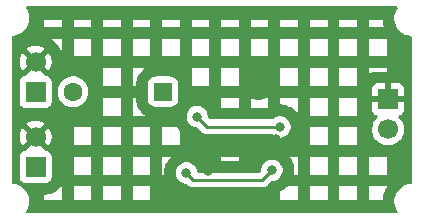
<source format=gbr>
%TF.GenerationSoftware,KiCad,Pcbnew,9.0.5*%
%TF.CreationDate,2025-11-28T10:22:16-08:00*%
%TF.ProjectId,project3_tiny_solar_power_supply,70726f6a-6563-4743-935f-74696e795f73,rev?*%
%TF.SameCoordinates,Original*%
%TF.FileFunction,Copper,L2,Bot*%
%TF.FilePolarity,Positive*%
%FSLAX46Y46*%
G04 Gerber Fmt 4.6, Leading zero omitted, Abs format (unit mm)*
G04 Created by KiCad (PCBNEW 9.0.5) date 2025-11-28 10:22:16*
%MOMM*%
%LPD*%
G01*
G04 APERTURE LIST*
G04 Aperture macros list*
%AMRoundRect*
0 Rectangle with rounded corners*
0 $1 Rounding radius*
0 $2 $3 $4 $5 $6 $7 $8 $9 X,Y pos of 4 corners*
0 Add a 4 corners polygon primitive as box body*
4,1,4,$2,$3,$4,$5,$6,$7,$8,$9,$2,$3,0*
0 Add four circle primitives for the rounded corners*
1,1,$1+$1,$2,$3*
1,1,$1+$1,$4,$5*
1,1,$1+$1,$6,$7*
1,1,$1+$1,$8,$9*
0 Add four rect primitives between the rounded corners*
20,1,$1+$1,$2,$3,$4,$5,0*
20,1,$1+$1,$4,$5,$6,$7,0*
20,1,$1+$1,$6,$7,$8,$9,0*
20,1,$1+$1,$8,$9,$2,$3,0*%
G04 Aperture macros list end*
%TA.AperFunction,ComponentPad*%
%ADD10R,1.700000X1.700000*%
%TD*%
%TA.AperFunction,ComponentPad*%
%ADD11C,1.700000*%
%TD*%
%TA.AperFunction,ComponentPad*%
%ADD12RoundRect,0.250000X0.550000X0.550000X-0.550000X0.550000X-0.550000X-0.550000X0.550000X-0.550000X0*%
%TD*%
%TA.AperFunction,ComponentPad*%
%ADD13C,1.600000*%
%TD*%
%TA.AperFunction,ViaPad*%
%ADD14C,0.800000*%
%TD*%
%TA.AperFunction,Conductor*%
%ADD15C,0.250000*%
%TD*%
G04 APERTURE END LIST*
D10*
%TO.P,J4,1,Pin_1*%
%TO.N,/SOLAR_P*%
X127925196Y-103770900D03*
D11*
%TO.P,J4,2,Pin_2*%
%TO.N,GNDD*%
X127925196Y-101230900D03*
%TD*%
D12*
%TO.P,J3,1,Pin_1*%
%TO.N,Net-(J3-Pin_1)*%
X138720196Y-103770900D03*
D13*
%TO.P,J3,2,Pin_2*%
%TO.N,/BAT_P*%
X131100196Y-103770900D03*
%TD*%
D10*
%TO.P,J1,1,Pin_1*%
%TO.N,GNDD*%
X157770196Y-104405900D03*
D11*
%TO.P,J1,2,Pin_2*%
%TO.N,/OUT_P*%
X157770196Y-106945900D03*
%TD*%
D10*
%TO.P,J2,1,Pin_1*%
%TO.N,/BAT_P*%
X127925196Y-110120900D03*
D11*
%TO.P,J2,2,Pin_2*%
%TO.N,GNDD*%
X127925196Y-107580900D03*
%TD*%
D14*
%TO.N,Net-(J3-Pin_1)*%
X141615796Y-105879100D03*
X148626196Y-106742700D03*
%TO.N,GNDD*%
X148321396Y-107758700D03*
X142492696Y-110515900D03*
X146783596Y-103135900D03*
X139140196Y-112673400D03*
%TO.N,Net-(U1-FB)*%
X147935196Y-110420900D03*
X140701396Y-110654300D03*
%TD*%
D15*
%TO.N,Net-(J3-Pin_1)*%
X142479396Y-106742700D02*
X141615796Y-105879100D01*
X148626196Y-106742700D02*
X142479396Y-106742700D01*
%TO.N,Net-(U1-FB)*%
X147114196Y-111241900D02*
X141288996Y-111241900D01*
X147935196Y-110420900D02*
X147114196Y-111241900D01*
X141288996Y-111241900D02*
X140701396Y-110654300D01*
%TD*%
%TA.AperFunction,Conductor*%
%TO.N,GNDD*%
G36*
X158519327Y-96551585D02*
G01*
X158565082Y-96604389D01*
X158575026Y-96673547D01*
X158552607Y-96728784D01*
X158525780Y-96765708D01*
X158419134Y-96975011D01*
X158346542Y-97198427D01*
X158309794Y-97430445D01*
X158309794Y-97665354D01*
X158346542Y-97897372D01*
X158419134Y-98120788D01*
X158452932Y-98187119D01*
X158513500Y-98305991D01*
X158525781Y-98330092D01*
X158663849Y-98520128D01*
X158663853Y-98520133D01*
X158829962Y-98686242D01*
X158829967Y-98686246D01*
X158986835Y-98800216D01*
X159020007Y-98824317D01*
X159153376Y-98892271D01*
X159229307Y-98930961D01*
X159229309Y-98930961D01*
X159229312Y-98930963D01*
X159452724Y-99003554D01*
X159684741Y-99040302D01*
X159684757Y-99040302D01*
X159687927Y-99040552D01*
X159689069Y-99040987D01*
X159689553Y-99041064D01*
X159689536Y-99041165D01*
X159753215Y-99065437D01*
X159794685Y-99121669D01*
X159802196Y-99164170D01*
X159802196Y-111425629D01*
X159782511Y-111492668D01*
X159729707Y-111538423D01*
X159687943Y-111549245D01*
X159684749Y-111549496D01*
X159452723Y-111586246D01*
X159229307Y-111658838D01*
X159020003Y-111765485D01*
X158829967Y-111903553D01*
X158829962Y-111903557D01*
X158663853Y-112069666D01*
X158663849Y-112069671D01*
X158525781Y-112259707D01*
X158419134Y-112469011D01*
X158373066Y-112610795D01*
X158346542Y-112692428D01*
X158309794Y-112924445D01*
X158309794Y-112977759D01*
X158309794Y-113159355D01*
X158338571Y-113341047D01*
X158346542Y-113391372D01*
X158419134Y-113614788D01*
X158525780Y-113824091D01*
X158552607Y-113861016D01*
X158576086Y-113926822D01*
X158560260Y-113994876D01*
X158510154Y-114043570D01*
X158452288Y-114057900D01*
X127243104Y-114057900D01*
X127176065Y-114038215D01*
X127130310Y-113985411D01*
X127120366Y-113916253D01*
X127142785Y-113861016D01*
X127159734Y-113837686D01*
X127169613Y-113824089D01*
X127276259Y-113614784D01*
X127348850Y-113391372D01*
X127385598Y-113159355D01*
X127385598Y-112924445D01*
X127348850Y-112692428D01*
X127276383Y-112469399D01*
X128641196Y-112469399D01*
X128641196Y-112933900D01*
X130143196Y-112933900D01*
X131141196Y-112933900D01*
X132643196Y-112933900D01*
X133641196Y-112933900D01*
X135143196Y-112933900D01*
X136141196Y-112933900D01*
X137643196Y-112933900D01*
X137643196Y-112183386D01*
X148641196Y-112183386D01*
X148641196Y-112933900D01*
X150143196Y-112933900D01*
X151141196Y-112933900D01*
X152643196Y-112933900D01*
X153641196Y-112933900D01*
X155143196Y-112933900D01*
X156141196Y-112933900D01*
X157311794Y-112933900D01*
X157311794Y-112904835D01*
X157311890Y-112899963D01*
X157313048Y-112870511D01*
X157313335Y-112865646D01*
X157316413Y-112826567D01*
X157316890Y-112821729D01*
X157320350Y-112792496D01*
X157321017Y-112787673D01*
X157363893Y-112516962D01*
X157364748Y-112512170D01*
X157370489Y-112483306D01*
X157371531Y-112478559D01*
X157380679Y-112440441D01*
X157381910Y-112435722D01*
X157389913Y-112407343D01*
X157391327Y-112402681D01*
X157476032Y-112141987D01*
X157477626Y-112137390D01*
X157487811Y-112109780D01*
X157489583Y-112105251D01*
X157504581Y-112069035D01*
X157506536Y-112064567D01*
X157518879Y-112037792D01*
X157521004Y-112033410D01*
X157643196Y-111793592D01*
X157643196Y-111779900D01*
X156141196Y-111779900D01*
X156141196Y-112933900D01*
X155143196Y-112933900D01*
X155143196Y-111779900D01*
X153641196Y-111779900D01*
X153641196Y-112933900D01*
X152643196Y-112933900D01*
X152643196Y-111779900D01*
X151141196Y-111779900D01*
X151141196Y-112933900D01*
X150143196Y-112933900D01*
X150143196Y-111779900D01*
X149261080Y-111779900D01*
X149197596Y-111843384D01*
X149193187Y-111847582D01*
X149165900Y-111872313D01*
X149161293Y-111876287D01*
X149123411Y-111907376D01*
X149118613Y-111911121D01*
X149089041Y-111933053D01*
X149084065Y-111936557D01*
X148895828Y-112062334D01*
X148890684Y-112065591D01*
X148859090Y-112084527D01*
X148853795Y-112087527D01*
X148810573Y-112110629D01*
X148805134Y-112113366D01*
X148771852Y-112129106D01*
X148766291Y-112131571D01*
X148641196Y-112183386D01*
X137643196Y-112183386D01*
X137643196Y-111779900D01*
X136141196Y-111779900D01*
X136141196Y-112933900D01*
X135143196Y-112933900D01*
X135143196Y-111779900D01*
X133641196Y-111779900D01*
X133641196Y-112933900D01*
X132643196Y-112933900D01*
X132643196Y-111779900D01*
X131141196Y-111779900D01*
X131141196Y-112933900D01*
X130143196Y-112933900D01*
X130143196Y-111779900D01*
X130041290Y-111779900D01*
X130039294Y-111782774D01*
X129910310Y-111955073D01*
X129904757Y-111961964D01*
X129869677Y-112002449D01*
X129863645Y-112008928D01*
X129813224Y-112059349D01*
X129806745Y-112065381D01*
X129766260Y-112100461D01*
X129759369Y-112106014D01*
X129587070Y-112234998D01*
X129579800Y-112240046D01*
X129534733Y-112269010D01*
X129527119Y-112273528D01*
X129464529Y-112307705D01*
X129456615Y-112311667D01*
X129407878Y-112333925D01*
X129399698Y-112337313D01*
X129202214Y-112410969D01*
X129194875Y-112413448D01*
X129150024Y-112427053D01*
X129142548Y-112429068D01*
X129081833Y-112443416D01*
X129074241Y-112444961D01*
X129028036Y-112452872D01*
X129020363Y-112453941D01*
X128916441Y-112465112D01*
X128913132Y-112465423D01*
X128893095Y-112467035D01*
X128889783Y-112467257D01*
X128863101Y-112468686D01*
X128859783Y-112468819D01*
X128839732Y-112469355D01*
X128836418Y-112469399D01*
X128641196Y-112469399D01*
X127276383Y-112469399D01*
X127276259Y-112469016D01*
X127276257Y-112469013D01*
X127276257Y-112469011D01*
X127209153Y-112337313D01*
X127169613Y-112259711D01*
X127080742Y-112137390D01*
X127031542Y-112069671D01*
X127031538Y-112069666D01*
X126865429Y-111903557D01*
X126865424Y-111903553D01*
X126675388Y-111765485D01*
X126675387Y-111765484D01*
X126675385Y-111765483D01*
X126601345Y-111727758D01*
X126466084Y-111658838D01*
X126242668Y-111586246D01*
X126010642Y-111549496D01*
X126007449Y-111549245D01*
X126006309Y-111548810D01*
X126005839Y-111548736D01*
X126005854Y-111548637D01*
X125942165Y-111524352D01*
X125900702Y-111468115D01*
X125893196Y-111425629D01*
X125893196Y-109223035D01*
X126574696Y-109223035D01*
X126574696Y-111018770D01*
X126574697Y-111018776D01*
X126581104Y-111078383D01*
X126631398Y-111213228D01*
X126631402Y-111213235D01*
X126717648Y-111328444D01*
X126717651Y-111328447D01*
X126832860Y-111414693D01*
X126832867Y-111414697D01*
X126967713Y-111464991D01*
X126967712Y-111464991D01*
X126974640Y-111465735D01*
X127027323Y-111471400D01*
X128823068Y-111471399D01*
X128882679Y-111464991D01*
X129017527Y-111414696D01*
X129132742Y-111328446D01*
X129218992Y-111213231D01*
X129269287Y-111078383D01*
X129275696Y-111018773D01*
X129275696Y-110781900D01*
X131141196Y-110781900D01*
X132643196Y-110781900D01*
X133641196Y-110781900D01*
X135143196Y-110781900D01*
X136141196Y-110781900D01*
X137643196Y-110781900D01*
X138641196Y-110781900D01*
X138803454Y-110781900D01*
X138803045Y-110773574D01*
X138802896Y-110767491D01*
X138802896Y-110565604D01*
X139800896Y-110565604D01*
X139800896Y-110742995D01*
X139835499Y-110916958D01*
X139835502Y-110916967D01*
X139903379Y-111080840D01*
X139903386Y-111080853D01*
X140001931Y-111228334D01*
X140001934Y-111228338D01*
X140127357Y-111353761D01*
X140127361Y-111353764D01*
X140274842Y-111452309D01*
X140274855Y-111452316D01*
X140397759Y-111503223D01*
X140438730Y-111520194D01*
X140438732Y-111520194D01*
X140438737Y-111520196D01*
X140612700Y-111554799D01*
X140612703Y-111554800D01*
X140612705Y-111554800D01*
X140665944Y-111554800D01*
X140732983Y-111574485D01*
X140753625Y-111591119D01*
X140800012Y-111637506D01*
X140800041Y-111637537D01*
X140890260Y-111727756D01*
X140890263Y-111727758D01*
X140967186Y-111779156D01*
X140992706Y-111796209D01*
X140992708Y-111796210D01*
X140992711Y-111796212D01*
X141059392Y-111823831D01*
X141059394Y-111823833D01*
X141099636Y-111840501D01*
X141106544Y-111843363D01*
X141166967Y-111855381D01*
X141227389Y-111867400D01*
X147175803Y-111867400D01*
X147236225Y-111855381D01*
X147296648Y-111843363D01*
X147296651Y-111843361D01*
X147296654Y-111843361D01*
X147329983Y-111829554D01*
X147329982Y-111829554D01*
X147329988Y-111829552D01*
X147410482Y-111796212D01*
X147461705Y-111761984D01*
X147512929Y-111727758D01*
X147600054Y-111640633D01*
X147600055Y-111640630D01*
X147882968Y-111357716D01*
X147944290Y-111324234D01*
X147970648Y-111321400D01*
X148023889Y-111321400D01*
X148023890Y-111321399D01*
X148081878Y-111309864D01*
X148197854Y-111286796D01*
X148197857Y-111286794D01*
X148197862Y-111286794D01*
X148361743Y-111218913D01*
X148509231Y-111120364D01*
X148634660Y-110994935D01*
X148733209Y-110847447D01*
X148801090Y-110683566D01*
X148801749Y-110680257D01*
X148830637Y-110535026D01*
X148835696Y-110509591D01*
X148835696Y-110332209D01*
X148835696Y-110332206D01*
X148835695Y-110332204D01*
X148801092Y-110158241D01*
X148801089Y-110158232D01*
X148733212Y-109994359D01*
X148733205Y-109994346D01*
X148634660Y-109846865D01*
X148634657Y-109846861D01*
X148509234Y-109721438D01*
X148509230Y-109721435D01*
X148361749Y-109622890D01*
X148361736Y-109622883D01*
X148197863Y-109555006D01*
X148197854Y-109555003D01*
X148023890Y-109520400D01*
X148023887Y-109520400D01*
X147846505Y-109520400D01*
X147846502Y-109520400D01*
X147672537Y-109555003D01*
X147672528Y-109555006D01*
X147508655Y-109622883D01*
X147508642Y-109622890D01*
X147361161Y-109721435D01*
X147361157Y-109721438D01*
X147235734Y-109846861D01*
X147235731Y-109846865D01*
X147137186Y-109994346D01*
X147137179Y-109994359D01*
X147069302Y-110158232D01*
X147069299Y-110158241D01*
X147034696Y-110332204D01*
X147034696Y-110385447D01*
X147015011Y-110452486D01*
X146998381Y-110473123D01*
X146891423Y-110580082D01*
X146830103Y-110613566D01*
X146803744Y-110616400D01*
X141713763Y-110616400D01*
X141646724Y-110596715D01*
X141600969Y-110543911D01*
X141592146Y-110516591D01*
X141567292Y-110391641D01*
X141567289Y-110391632D01*
X141499412Y-110227759D01*
X141499405Y-110227746D01*
X141400860Y-110080265D01*
X141400857Y-110080261D01*
X141275434Y-109954838D01*
X141275430Y-109954835D01*
X141127949Y-109856290D01*
X141127936Y-109856283D01*
X140964063Y-109788406D01*
X140964054Y-109788403D01*
X140790090Y-109753800D01*
X140790087Y-109753800D01*
X140612705Y-109753800D01*
X140612702Y-109753800D01*
X140438737Y-109788403D01*
X140438728Y-109788406D01*
X140274855Y-109856283D01*
X140274842Y-109856290D01*
X140127361Y-109954835D01*
X140127357Y-109954838D01*
X140001934Y-110080261D01*
X140001931Y-110080265D01*
X139903386Y-110227746D01*
X139903379Y-110227759D01*
X139835502Y-110391632D01*
X139835499Y-110391641D01*
X139800896Y-110565604D01*
X138802896Y-110565604D01*
X138802896Y-110541109D01*
X138803045Y-110535026D01*
X138804851Y-110498254D01*
X138805299Y-110492184D01*
X138810102Y-110443412D01*
X138810847Y-110437371D01*
X138816251Y-110400940D01*
X138817292Y-110394943D01*
X138861461Y-110172892D01*
X138862795Y-110166951D01*
X138871747Y-110131216D01*
X138873371Y-110125348D01*
X138887598Y-110078455D01*
X138889506Y-110072680D01*
X138901905Y-110038028D01*
X138904095Y-110032351D01*
X138990725Y-109823205D01*
X138993190Y-109817644D01*
X139008930Y-109784362D01*
X139011667Y-109778923D01*
X139034769Y-109735701D01*
X139037769Y-109730406D01*
X139056705Y-109698812D01*
X139059962Y-109693668D01*
X139110255Y-109618400D01*
X143641196Y-109618400D01*
X145143196Y-109618400D01*
X145143196Y-109279900D01*
X149456111Y-109279900D01*
X149576630Y-109460268D01*
X149579887Y-109465412D01*
X149598823Y-109497006D01*
X149601823Y-109502301D01*
X149624925Y-109545523D01*
X149627662Y-109550962D01*
X149643402Y-109584244D01*
X149645867Y-109589805D01*
X149732497Y-109798951D01*
X149734687Y-109804628D01*
X149747086Y-109839280D01*
X149748994Y-109845055D01*
X149763221Y-109891948D01*
X149764845Y-109897816D01*
X149773797Y-109933551D01*
X149775131Y-109939492D01*
X149819300Y-110161543D01*
X149820341Y-110167540D01*
X149825745Y-110203971D01*
X149826490Y-110210012D01*
X149831293Y-110258784D01*
X149831741Y-110264854D01*
X149833547Y-110301626D01*
X149833696Y-110307709D01*
X149833696Y-110534091D01*
X149833547Y-110540174D01*
X149831741Y-110576946D01*
X149831293Y-110583016D01*
X149826490Y-110631788D01*
X149825745Y-110637829D01*
X149820341Y-110674260D01*
X149819300Y-110680257D01*
X149799082Y-110781900D01*
X150143196Y-110781900D01*
X151141196Y-110781900D01*
X152643196Y-110781900D01*
X153641196Y-110781900D01*
X155143196Y-110781900D01*
X156141196Y-110781900D01*
X157643196Y-110781900D01*
X157643196Y-109294378D01*
X157639427Y-109294304D01*
X157609975Y-109293146D01*
X157605110Y-109292859D01*
X157566031Y-109289781D01*
X157561193Y-109289304D01*
X157531960Y-109285844D01*
X157527137Y-109285177D01*
X157493819Y-109279900D01*
X156141196Y-109279900D01*
X156141196Y-110781900D01*
X155143196Y-110781900D01*
X155143196Y-109279900D01*
X153641196Y-109279900D01*
X153641196Y-110781900D01*
X152643196Y-110781900D01*
X152643196Y-109279900D01*
X151141196Y-109279900D01*
X151141196Y-110781900D01*
X150143196Y-110781900D01*
X150143196Y-109279900D01*
X149456111Y-109279900D01*
X145143196Y-109279900D01*
X143641196Y-109279900D01*
X143641196Y-109618400D01*
X139110255Y-109618400D01*
X139185739Y-109505431D01*
X139189243Y-109500455D01*
X139211175Y-109470883D01*
X139214920Y-109466085D01*
X139246009Y-109428203D01*
X139249983Y-109423596D01*
X139274714Y-109396309D01*
X139278912Y-109391900D01*
X139390912Y-109279900D01*
X138641196Y-109279900D01*
X138641196Y-110781900D01*
X137643196Y-110781900D01*
X137643196Y-109279900D01*
X136141196Y-109279900D01*
X136141196Y-110781900D01*
X135143196Y-110781900D01*
X135143196Y-109279900D01*
X133641196Y-109279900D01*
X133641196Y-110781900D01*
X132643196Y-110781900D01*
X132643196Y-109279900D01*
X131141196Y-109279900D01*
X131141196Y-110781900D01*
X129275696Y-110781900D01*
X129275695Y-109223028D01*
X129269287Y-109163417D01*
X129218992Y-109028569D01*
X129218991Y-109028568D01*
X129218989Y-109028564D01*
X129132743Y-108913355D01*
X129132740Y-108913352D01*
X129017531Y-108827106D01*
X129017524Y-108827102D01*
X128882678Y-108776808D01*
X128882679Y-108776808D01*
X128823079Y-108770401D01*
X128823077Y-108770400D01*
X128823069Y-108770400D01*
X128823061Y-108770400D01*
X128812505Y-108770400D01*
X128745466Y-108750715D01*
X128724824Y-108734081D01*
X128054604Y-108063862D01*
X128118189Y-108046825D01*
X128232203Y-107980999D01*
X128325295Y-107887907D01*
X128391121Y-107773893D01*
X128408158Y-107710309D01*
X129040466Y-108342617D01*
X129040466Y-108342616D01*
X129079818Y-108288454D01*
X129083157Y-108281900D01*
X131141196Y-108281900D01*
X132643196Y-108281900D01*
X133641196Y-108281900D01*
X135143196Y-108281900D01*
X136141196Y-108281900D01*
X137643196Y-108281900D01*
X138641196Y-108281900D01*
X140143196Y-108281900D01*
X151141196Y-108281900D01*
X152643196Y-108281900D01*
X153641196Y-108281900D01*
X155143196Y-108281900D01*
X155143196Y-106839613D01*
X156419696Y-106839613D01*
X156419696Y-107052186D01*
X156447630Y-107228558D01*
X156452950Y-107262143D01*
X156499211Y-107404520D01*
X156518640Y-107464314D01*
X156615147Y-107653720D01*
X156740086Y-107825686D01*
X156890409Y-107976009D01*
X157062375Y-108100948D01*
X157062377Y-108100949D01*
X157062380Y-108100951D01*
X157251784Y-108197457D01*
X157453953Y-108263146D01*
X157663909Y-108296400D01*
X157663910Y-108296400D01*
X157876482Y-108296400D01*
X157876483Y-108296400D01*
X158086439Y-108263146D01*
X158288608Y-108197457D01*
X158478012Y-108100951D01*
X158552511Y-108046825D01*
X158649982Y-107976009D01*
X158649984Y-107976006D01*
X158649988Y-107976004D01*
X158800300Y-107825692D01*
X158800302Y-107825688D01*
X158800305Y-107825686D01*
X158925244Y-107653720D01*
X158925243Y-107653720D01*
X158925247Y-107653716D01*
X159021753Y-107464312D01*
X159087442Y-107262143D01*
X159120696Y-107052187D01*
X159120696Y-106839613D01*
X159087442Y-106629657D01*
X159021753Y-106427488D01*
X158925247Y-106238084D01*
X158925245Y-106238081D01*
X158925244Y-106238079D01*
X158800305Y-106066113D01*
X158686377Y-105952185D01*
X158652892Y-105890862D01*
X158657876Y-105821170D01*
X158699748Y-105765237D01*
X158730725Y-105748322D01*
X158862282Y-105699254D01*
X158862289Y-105699250D01*
X158977383Y-105613090D01*
X158977386Y-105613087D01*
X159063546Y-105497993D01*
X159063550Y-105497986D01*
X159113792Y-105363279D01*
X159113794Y-105363272D01*
X159120195Y-105303744D01*
X159120196Y-105303727D01*
X159120196Y-104655900D01*
X158203208Y-104655900D01*
X158236121Y-104598893D01*
X158270196Y-104471726D01*
X158270196Y-104340074D01*
X158236121Y-104212907D01*
X158203208Y-104155900D01*
X159120196Y-104155900D01*
X159120196Y-103508072D01*
X159120195Y-103508055D01*
X159113794Y-103448527D01*
X159113792Y-103448520D01*
X159063550Y-103313813D01*
X159063546Y-103313806D01*
X158977386Y-103198712D01*
X158977383Y-103198709D01*
X158862289Y-103112549D01*
X158862282Y-103112545D01*
X158727575Y-103062303D01*
X158727568Y-103062301D01*
X158668040Y-103055900D01*
X158020196Y-103055900D01*
X158020196Y-103972888D01*
X157963189Y-103939975D01*
X157836022Y-103905900D01*
X157704370Y-103905900D01*
X157577203Y-103939975D01*
X157520196Y-103972888D01*
X157520196Y-103055900D01*
X156872351Y-103055900D01*
X156812823Y-103062301D01*
X156812816Y-103062303D01*
X156678109Y-103112545D01*
X156678102Y-103112549D01*
X156563008Y-103198709D01*
X156563005Y-103198712D01*
X156476845Y-103313806D01*
X156476841Y-103313813D01*
X156426599Y-103448520D01*
X156426597Y-103448527D01*
X156420196Y-103508055D01*
X156420196Y-104155900D01*
X157337184Y-104155900D01*
X157304271Y-104212907D01*
X157270196Y-104340074D01*
X157270196Y-104471726D01*
X157304271Y-104598893D01*
X157337184Y-104655900D01*
X156420196Y-104655900D01*
X156420196Y-105303744D01*
X156426597Y-105363272D01*
X156426599Y-105363279D01*
X156476841Y-105497986D01*
X156476845Y-105497993D01*
X156563005Y-105613087D01*
X156563008Y-105613090D01*
X156678102Y-105699250D01*
X156678109Y-105699254D01*
X156809666Y-105748322D01*
X156865600Y-105790193D01*
X156890017Y-105855658D01*
X156875165Y-105923931D01*
X156854015Y-105952185D01*
X156740085Y-106066115D01*
X156615147Y-106238079D01*
X156518640Y-106427485D01*
X156452949Y-106629660D01*
X156419696Y-106839613D01*
X155143196Y-106839613D01*
X155143196Y-106779900D01*
X153641196Y-106779900D01*
X153641196Y-108281900D01*
X152643196Y-108281900D01*
X152643196Y-106779900D01*
X151141196Y-106779900D01*
X151141196Y-108281900D01*
X140143196Y-108281900D01*
X140143196Y-107084222D01*
X140129320Y-107067315D01*
X140125575Y-107062517D01*
X140103643Y-107032945D01*
X140100139Y-107027969D01*
X139974362Y-106839732D01*
X139971105Y-106834588D01*
X139952169Y-106802994D01*
X139949169Y-106797699D01*
X139939655Y-106779900D01*
X138641196Y-106779900D01*
X138641196Y-108281900D01*
X137643196Y-108281900D01*
X137643196Y-106779900D01*
X136141196Y-106779900D01*
X136141196Y-108281900D01*
X135143196Y-108281900D01*
X135143196Y-106779900D01*
X133641196Y-106779900D01*
X133641196Y-108281900D01*
X132643196Y-108281900D01*
X132643196Y-106779900D01*
X131141196Y-106779900D01*
X131141196Y-108281900D01*
X129083157Y-108281900D01*
X129176291Y-108099117D01*
X129241953Y-107897030D01*
X129241953Y-107897027D01*
X129275196Y-107687146D01*
X129275196Y-107474653D01*
X129241953Y-107264772D01*
X129241953Y-107264769D01*
X129176291Y-107062682D01*
X129079820Y-106873349D01*
X129040466Y-106819182D01*
X129040465Y-106819182D01*
X128408158Y-107451490D01*
X128391121Y-107387907D01*
X128325295Y-107273893D01*
X128232203Y-107180801D01*
X128118189Y-107114975D01*
X128054605Y-107097937D01*
X128686912Y-106465628D01*
X128632746Y-106426275D01*
X128443413Y-106329804D01*
X128241325Y-106264142D01*
X128031442Y-106230900D01*
X127818950Y-106230900D01*
X127609068Y-106264142D01*
X127609065Y-106264142D01*
X127406978Y-106329804D01*
X127217635Y-106426280D01*
X127163478Y-106465627D01*
X127163478Y-106465628D01*
X127795787Y-107097937D01*
X127732203Y-107114975D01*
X127618189Y-107180801D01*
X127525097Y-107273893D01*
X127459271Y-107387907D01*
X127442233Y-107451491D01*
X126809924Y-106819182D01*
X126809923Y-106819182D01*
X126770576Y-106873339D01*
X126674100Y-107062682D01*
X126608438Y-107264769D01*
X126608438Y-107264772D01*
X126575196Y-107474653D01*
X126575196Y-107687146D01*
X126608438Y-107897027D01*
X126608438Y-107897030D01*
X126674100Y-108099117D01*
X126770571Y-108288450D01*
X126809924Y-108342616D01*
X127442233Y-107710308D01*
X127459271Y-107773893D01*
X127525097Y-107887907D01*
X127618189Y-107980999D01*
X127732203Y-108046825D01*
X127795786Y-108063862D01*
X127125566Y-108734081D01*
X127064243Y-108767566D01*
X127037894Y-108770400D01*
X127027330Y-108770400D01*
X127027319Y-108770401D01*
X126967712Y-108776808D01*
X126832867Y-108827102D01*
X126832860Y-108827106D01*
X126717651Y-108913352D01*
X126717648Y-108913355D01*
X126631402Y-109028564D01*
X126631398Y-109028571D01*
X126581104Y-109163417D01*
X126574697Y-109223016D01*
X126574697Y-109223023D01*
X126574696Y-109223035D01*
X125893196Y-109223035D01*
X125893196Y-105790404D01*
X140715296Y-105790404D01*
X140715296Y-105967795D01*
X140749899Y-106141758D01*
X140749902Y-106141767D01*
X140817779Y-106305640D01*
X140817786Y-106305653D01*
X140916331Y-106453134D01*
X140916334Y-106453138D01*
X141041757Y-106578561D01*
X141041761Y-106578564D01*
X141189242Y-106677109D01*
X141189255Y-106677116D01*
X141312159Y-106728023D01*
X141353130Y-106744994D01*
X141353132Y-106744994D01*
X141353137Y-106744996D01*
X141527100Y-106779599D01*
X141527103Y-106779600D01*
X141527105Y-106779600D01*
X141580344Y-106779600D01*
X141647383Y-106799285D01*
X141668025Y-106815919D01*
X141990412Y-107138306D01*
X141990441Y-107138337D01*
X142080660Y-107228556D01*
X142080663Y-107228558D01*
X142157586Y-107279956D01*
X142183106Y-107297009D01*
X142183108Y-107297010D01*
X142183111Y-107297012D01*
X142249792Y-107324631D01*
X142249794Y-107324633D01*
X142290036Y-107341301D01*
X142296944Y-107344163D01*
X142357367Y-107356181D01*
X142417789Y-107368200D01*
X142417790Y-107368200D01*
X147926835Y-107368200D01*
X147993874Y-107387885D01*
X148014517Y-107404520D01*
X148052157Y-107442161D01*
X148052161Y-107442164D01*
X148199642Y-107540709D01*
X148199655Y-107540716D01*
X148296670Y-107580900D01*
X148363530Y-107608594D01*
X148363532Y-107608594D01*
X148363537Y-107608596D01*
X148537500Y-107643199D01*
X148537503Y-107643200D01*
X148537505Y-107643200D01*
X148714889Y-107643200D01*
X148714890Y-107643199D01*
X148772878Y-107631664D01*
X148888854Y-107608596D01*
X148888857Y-107608594D01*
X148888862Y-107608594D01*
X149052743Y-107540713D01*
X149200231Y-107442164D01*
X149325660Y-107316735D01*
X149424209Y-107169247D01*
X149492090Y-107005366D01*
X149526696Y-106831391D01*
X149526696Y-106654009D01*
X149526696Y-106654006D01*
X149526695Y-106654004D01*
X149492092Y-106480041D01*
X149492089Y-106480032D01*
X149424212Y-106316159D01*
X149424205Y-106316146D01*
X149325660Y-106168665D01*
X149325657Y-106168661D01*
X149200234Y-106043238D01*
X149200230Y-106043235D01*
X149052749Y-105944690D01*
X149052736Y-105944683D01*
X148888863Y-105876806D01*
X148888854Y-105876803D01*
X148714890Y-105842200D01*
X148714887Y-105842200D01*
X148537505Y-105842200D01*
X148537502Y-105842200D01*
X148363537Y-105876803D01*
X148363528Y-105876806D01*
X148199655Y-105944683D01*
X148199642Y-105944690D01*
X148052161Y-106043235D01*
X148052157Y-106043238D01*
X148014517Y-106080880D01*
X147953195Y-106114366D01*
X147926835Y-106117200D01*
X142789848Y-106117200D01*
X142722809Y-106097515D01*
X142702167Y-106080881D01*
X142552615Y-105931329D01*
X142519130Y-105870006D01*
X142516296Y-105843648D01*
X142516296Y-105790406D01*
X142516295Y-105790404D01*
X142514603Y-105781900D01*
X151141196Y-105781900D01*
X152643196Y-105781900D01*
X153641196Y-105781900D01*
X155143196Y-105781900D01*
X155143196Y-104279900D01*
X153641196Y-104279900D01*
X153641196Y-105781900D01*
X152643196Y-105781900D01*
X152643196Y-104279900D01*
X151141196Y-104279900D01*
X151141196Y-105781900D01*
X142514603Y-105781900D01*
X142481692Y-105616441D01*
X142481689Y-105616432D01*
X142480303Y-105613087D01*
X142432628Y-105497986D01*
X142413812Y-105452559D01*
X142413805Y-105452546D01*
X142315260Y-105305065D01*
X142315257Y-105305061D01*
X142189834Y-105179638D01*
X142189830Y-105179635D01*
X142099384Y-105119200D01*
X143641196Y-105119200D01*
X145143196Y-105119200D01*
X145143196Y-104294541D01*
X146141196Y-104294541D01*
X146141196Y-105119200D01*
X147638724Y-105119200D01*
X147643196Y-105116211D01*
X147643196Y-104844200D01*
X148641196Y-104844200D01*
X148739387Y-104844200D01*
X148745470Y-104844349D01*
X148782242Y-104846155D01*
X148788312Y-104846603D01*
X148837084Y-104851406D01*
X148843125Y-104852151D01*
X148879556Y-104857555D01*
X148885553Y-104858596D01*
X149107604Y-104902765D01*
X149113545Y-104904099D01*
X149149280Y-104913051D01*
X149155148Y-104914675D01*
X149202041Y-104928902D01*
X149207816Y-104930810D01*
X149242468Y-104943209D01*
X149248145Y-104945399D01*
X149457291Y-105032029D01*
X149462852Y-105034494D01*
X149496134Y-105050234D01*
X149501573Y-105052971D01*
X149544795Y-105076073D01*
X149550090Y-105079073D01*
X149581684Y-105098009D01*
X149586828Y-105101266D01*
X149775065Y-105227043D01*
X149780041Y-105230547D01*
X149809613Y-105252479D01*
X149814411Y-105256224D01*
X149852293Y-105287313D01*
X149856900Y-105291287D01*
X149884187Y-105316018D01*
X149888596Y-105320216D01*
X150048680Y-105480300D01*
X150052878Y-105484709D01*
X150077609Y-105511996D01*
X150081583Y-105516603D01*
X150112672Y-105554485D01*
X150116417Y-105559283D01*
X150138349Y-105588855D01*
X150141853Y-105593831D01*
X150143196Y-105595840D01*
X150143196Y-104279900D01*
X148641196Y-104279900D01*
X148641196Y-104844200D01*
X147643196Y-104844200D01*
X147643196Y-104279900D01*
X147454731Y-104279900D01*
X147300531Y-104358469D01*
X147282554Y-104365915D01*
X147102915Y-104424283D01*
X147083995Y-104428825D01*
X146897436Y-104458373D01*
X146878038Y-104459900D01*
X146689154Y-104459900D01*
X146669756Y-104458373D01*
X146483197Y-104428825D01*
X146464277Y-104424283D01*
X146284638Y-104365915D01*
X146266661Y-104358469D01*
X146141196Y-104294541D01*
X145143196Y-104294541D01*
X145143196Y-104279900D01*
X143641196Y-104279900D01*
X143641196Y-105119200D01*
X142099384Y-105119200D01*
X142042349Y-105081090D01*
X142042336Y-105081083D01*
X141878463Y-105013206D01*
X141878454Y-105013203D01*
X141704490Y-104978600D01*
X141704487Y-104978600D01*
X141527105Y-104978600D01*
X141527102Y-104978600D01*
X141353137Y-105013203D01*
X141353128Y-105013206D01*
X141189255Y-105081083D01*
X141189242Y-105081090D01*
X141041761Y-105179635D01*
X141041757Y-105179638D01*
X140916334Y-105305061D01*
X140916331Y-105305065D01*
X140817786Y-105452546D01*
X140817779Y-105452559D01*
X140749902Y-105616432D01*
X140749899Y-105616441D01*
X140715296Y-105790404D01*
X125893196Y-105790404D01*
X125893196Y-105781900D01*
X133641196Y-105781900D01*
X135143196Y-105781900D01*
X136141196Y-105781900D01*
X137208212Y-105781900D01*
X137152893Y-105747779D01*
X137146863Y-105743813D01*
X137111103Y-105718772D01*
X137105319Y-105714466D01*
X137059752Y-105678436D01*
X137054225Y-105673798D01*
X137021627Y-105644787D01*
X137016383Y-105639839D01*
X136851257Y-105474713D01*
X136846309Y-105469469D01*
X136817298Y-105436871D01*
X136812660Y-105431344D01*
X136776630Y-105385777D01*
X136772324Y-105379993D01*
X136747283Y-105344233D01*
X136743317Y-105338203D01*
X136620715Y-105139432D01*
X136617108Y-105133185D01*
X136596390Y-105094760D01*
X136593152Y-105088313D01*
X136568605Y-105035668D01*
X136565749Y-105029046D01*
X136549640Y-104988496D01*
X136547174Y-104981720D01*
X136474287Y-104761763D01*
X136472335Y-104755286D01*
X136461597Y-104715784D01*
X136460001Y-104709209D01*
X136448603Y-104655955D01*
X136447369Y-104649311D01*
X136441000Y-104608906D01*
X136440130Y-104602199D01*
X136425572Y-104459687D01*
X136425291Y-104456539D01*
X136423835Y-104437495D01*
X136423634Y-104434349D01*
X136422342Y-104408980D01*
X136422222Y-104405826D01*
X136421737Y-104386756D01*
X136421697Y-104383603D01*
X136421697Y-104279900D01*
X136141196Y-104279900D01*
X136141196Y-105781900D01*
X135143196Y-105781900D01*
X135143196Y-104279900D01*
X133641196Y-104279900D01*
X133641196Y-105781900D01*
X125893196Y-105781900D01*
X125893196Y-102873035D01*
X126574696Y-102873035D01*
X126574696Y-104668770D01*
X126574697Y-104668776D01*
X126581104Y-104728383D01*
X126631398Y-104863228D01*
X126631402Y-104863235D01*
X126717648Y-104978444D01*
X126717651Y-104978447D01*
X126832860Y-105064693D01*
X126832867Y-105064697D01*
X126967713Y-105114991D01*
X126967712Y-105114991D01*
X126974640Y-105115735D01*
X127027323Y-105121400D01*
X128823068Y-105121399D01*
X128882679Y-105114991D01*
X129017527Y-105064696D01*
X129132742Y-104978446D01*
X129218992Y-104863231D01*
X129269287Y-104728383D01*
X129275696Y-104668773D01*
X129275695Y-103668548D01*
X129799696Y-103668548D01*
X129799696Y-103873251D01*
X129831718Y-104075434D01*
X129894977Y-104270123D01*
X129946331Y-104370909D01*
X129980258Y-104437495D01*
X129987911Y-104452513D01*
X130108224Y-104618113D01*
X130252982Y-104762871D01*
X130391124Y-104863235D01*
X130418586Y-104883187D01*
X130534803Y-104942403D01*
X130600972Y-104976118D01*
X130600974Y-104976118D01*
X130600977Y-104976120D01*
X130692052Y-105005712D01*
X130795661Y-105039377D01*
X130864209Y-105050234D01*
X130997844Y-105071400D01*
X130997845Y-105071400D01*
X131202547Y-105071400D01*
X131202548Y-105071400D01*
X131404730Y-105039377D01*
X131599415Y-104976120D01*
X131781806Y-104883187D01*
X131910678Y-104789557D01*
X131947409Y-104762871D01*
X131947411Y-104762868D01*
X131947415Y-104762866D01*
X132092162Y-104618119D01*
X132092164Y-104618115D01*
X132092167Y-104618113D01*
X132197088Y-104473699D01*
X132212483Y-104452510D01*
X132305416Y-104270119D01*
X132368673Y-104075434D01*
X132400696Y-103873252D01*
X132400696Y-103668548D01*
X132368673Y-103466366D01*
X132362874Y-103448520D01*
X132339323Y-103376037D01*
X132308736Y-103281900D01*
X133641196Y-103281900D01*
X135143196Y-103281900D01*
X136141196Y-103281900D01*
X136421696Y-103281900D01*
X136421696Y-103170883D01*
X137419696Y-103170883D01*
X137419696Y-104370901D01*
X137419697Y-104370918D01*
X137430196Y-104473696D01*
X137430197Y-104473699D01*
X137471683Y-104598893D01*
X137485382Y-104640234D01*
X137577484Y-104789556D01*
X137701540Y-104913612D01*
X137850862Y-105005714D01*
X138017399Y-105060899D01*
X138120187Y-105071400D01*
X139320204Y-105071399D01*
X139422993Y-105060899D01*
X139589530Y-105005714D01*
X139738852Y-104913612D01*
X139862908Y-104789556D01*
X139955010Y-104640234D01*
X140010195Y-104473697D01*
X140020696Y-104370909D01*
X140020695Y-103281900D01*
X141141196Y-103281900D01*
X142643196Y-103281900D01*
X143641196Y-103281900D01*
X145143196Y-103281900D01*
X148641196Y-103281900D01*
X150143196Y-103281900D01*
X151141196Y-103281900D01*
X152643196Y-103281900D01*
X153641196Y-103281900D01*
X155143196Y-103281900D01*
X155143196Y-102270897D01*
X156141196Y-102270897D01*
X156160901Y-102258233D01*
X156168515Y-102253715D01*
X156231105Y-102219538D01*
X156239019Y-102215577D01*
X156287755Y-102193319D01*
X156295935Y-102189930D01*
X156493292Y-102116321D01*
X156500632Y-102113842D01*
X156545501Y-102100232D01*
X156552984Y-102098215D01*
X156613695Y-102083872D01*
X156621280Y-102082328D01*
X156667458Y-102074422D01*
X156675127Y-102073355D01*
X156778979Y-102062189D01*
X156782291Y-102061877D01*
X156802340Y-102060264D01*
X156805654Y-102060042D01*
X156832341Y-102058613D01*
X156835657Y-102058480D01*
X156855705Y-102057944D01*
X156859019Y-102057900D01*
X157643196Y-102057900D01*
X157643196Y-101779900D01*
X156141196Y-101779900D01*
X156141196Y-102270897D01*
X155143196Y-102270897D01*
X155143196Y-101779900D01*
X153641196Y-101779900D01*
X153641196Y-103281900D01*
X152643196Y-103281900D01*
X152643196Y-101779900D01*
X151141196Y-101779900D01*
X151141196Y-103281900D01*
X150143196Y-103281900D01*
X150143196Y-101779900D01*
X148641196Y-101779900D01*
X148641196Y-103281900D01*
X145143196Y-103281900D01*
X145143196Y-101779900D01*
X143641196Y-101779900D01*
X143641196Y-103281900D01*
X142643196Y-103281900D01*
X142643196Y-101779900D01*
X141141196Y-101779900D01*
X141141196Y-103281900D01*
X140020695Y-103281900D01*
X140020695Y-103170892D01*
X140011946Y-103085249D01*
X140010195Y-103068103D01*
X140010194Y-103068100D01*
X140006151Y-103055900D01*
X139955010Y-102901566D01*
X139862908Y-102752244D01*
X139738852Y-102628188D01*
X139633739Y-102563354D01*
X139589532Y-102536087D01*
X139589527Y-102536085D01*
X139588058Y-102535598D01*
X139422993Y-102480901D01*
X139422991Y-102480900D01*
X139320206Y-102470400D01*
X138120194Y-102470400D01*
X138120177Y-102470401D01*
X138017399Y-102480900D01*
X138017396Y-102480901D01*
X137850864Y-102536085D01*
X137850859Y-102536087D01*
X137701538Y-102628189D01*
X137577485Y-102752242D01*
X137485383Y-102901563D01*
X137485382Y-102901566D01*
X137430197Y-103068103D01*
X137430197Y-103068104D01*
X137430196Y-103068104D01*
X137419696Y-103170883D01*
X136421696Y-103170883D01*
X136421696Y-103158196D01*
X136421736Y-103155043D01*
X136422221Y-103135973D01*
X136422341Y-103132820D01*
X136423633Y-103107449D01*
X136423834Y-103104298D01*
X136425291Y-103085249D01*
X136425572Y-103082104D01*
X136440132Y-102939581D01*
X136441003Y-102932872D01*
X136447377Y-102892443D01*
X136448612Y-102885792D01*
X136460014Y-102832541D01*
X136461609Y-102825974D01*
X136472340Y-102786500D01*
X136474291Y-102780025D01*
X136547173Y-102560082D01*
X136549640Y-102553304D01*
X136565750Y-102512753D01*
X136568605Y-102506134D01*
X136593152Y-102453488D01*
X136596390Y-102447040D01*
X136617108Y-102408615D01*
X136620715Y-102402368D01*
X136743317Y-102203597D01*
X136747283Y-102197567D01*
X136772324Y-102161807D01*
X136776630Y-102156023D01*
X136812660Y-102110456D01*
X136817298Y-102104929D01*
X136846309Y-102072331D01*
X136851257Y-102067087D01*
X137016383Y-101901961D01*
X137021627Y-101897013D01*
X137054225Y-101868002D01*
X137059752Y-101863364D01*
X137105319Y-101827334D01*
X137111103Y-101823028D01*
X137146863Y-101797987D01*
X137152893Y-101794021D01*
X137175787Y-101779900D01*
X136141196Y-101779900D01*
X136141196Y-103281900D01*
X135143196Y-103281900D01*
X135143196Y-101779900D01*
X133641196Y-101779900D01*
X133641196Y-103281900D01*
X132308736Y-103281900D01*
X132305416Y-103271681D01*
X132305414Y-103271678D01*
X132305414Y-103271676D01*
X132254061Y-103170891D01*
X132212483Y-103089290D01*
X132188224Y-103055900D01*
X132092167Y-102923686D01*
X131947409Y-102778928D01*
X131781809Y-102658615D01*
X131781808Y-102658614D01*
X131781806Y-102658613D01*
X131722094Y-102628188D01*
X131599419Y-102565681D01*
X131404730Y-102502422D01*
X131230191Y-102474778D01*
X131202548Y-102470400D01*
X130997844Y-102470400D01*
X130973525Y-102474251D01*
X130795661Y-102502422D01*
X130600972Y-102565681D01*
X130418582Y-102658615D01*
X130252982Y-102778928D01*
X130108224Y-102923686D01*
X129987911Y-103089286D01*
X129894977Y-103271676D01*
X129831718Y-103466365D01*
X129799696Y-103668548D01*
X129275695Y-103668548D01*
X129275695Y-102873028D01*
X129269287Y-102813417D01*
X129256423Y-102778928D01*
X129218993Y-102678571D01*
X129218989Y-102678564D01*
X129132743Y-102563355D01*
X129132740Y-102563352D01*
X129017531Y-102477106D01*
X129017524Y-102477102D01*
X128882678Y-102426808D01*
X128882679Y-102426808D01*
X128823079Y-102420401D01*
X128823077Y-102420400D01*
X128823069Y-102420400D01*
X128823061Y-102420400D01*
X128812505Y-102420400D01*
X128745466Y-102400715D01*
X128724824Y-102384081D01*
X128054604Y-101713862D01*
X128118189Y-101696825D01*
X128232203Y-101630999D01*
X128325295Y-101537907D01*
X128391121Y-101423893D01*
X128408158Y-101360309D01*
X129040466Y-101992617D01*
X129040466Y-101992616D01*
X129079818Y-101938454D01*
X129176291Y-101749117D01*
X129241953Y-101547030D01*
X129241953Y-101547027D01*
X129275196Y-101337146D01*
X129275196Y-101124653D01*
X129241953Y-100914772D01*
X129241953Y-100914769D01*
X129198781Y-100781900D01*
X131141196Y-100781900D01*
X132643196Y-100781900D01*
X133641196Y-100781900D01*
X135143196Y-100781900D01*
X136141196Y-100781900D01*
X137643196Y-100781900D01*
X138641196Y-100781900D01*
X140143196Y-100781900D01*
X141141196Y-100781900D01*
X142643196Y-100781900D01*
X143641196Y-100781900D01*
X145143196Y-100781900D01*
X146141196Y-100781900D01*
X147643196Y-100781900D01*
X148641196Y-100781900D01*
X150143196Y-100781900D01*
X151141196Y-100781900D01*
X152643196Y-100781900D01*
X153641196Y-100781900D01*
X155143196Y-100781900D01*
X156141196Y-100781900D01*
X157643196Y-100781900D01*
X157643196Y-99279900D01*
X156141196Y-99279900D01*
X156141196Y-100781900D01*
X155143196Y-100781900D01*
X155143196Y-99279900D01*
X153641196Y-99279900D01*
X153641196Y-100781900D01*
X152643196Y-100781900D01*
X152643196Y-99279900D01*
X151141196Y-99279900D01*
X151141196Y-100781900D01*
X150143196Y-100781900D01*
X150143196Y-99279900D01*
X148641196Y-99279900D01*
X148641196Y-100781900D01*
X147643196Y-100781900D01*
X147643196Y-99279900D01*
X146141196Y-99279900D01*
X146141196Y-100781900D01*
X145143196Y-100781900D01*
X145143196Y-99279900D01*
X143641196Y-99279900D01*
X143641196Y-100781900D01*
X142643196Y-100781900D01*
X142643196Y-99279900D01*
X141141196Y-99279900D01*
X141141196Y-100781900D01*
X140143196Y-100781900D01*
X140143196Y-99279900D01*
X138641196Y-99279900D01*
X138641196Y-100781900D01*
X137643196Y-100781900D01*
X137643196Y-99279900D01*
X136141196Y-99279900D01*
X136141196Y-100781900D01*
X135143196Y-100781900D01*
X135143196Y-99279900D01*
X133641196Y-99279900D01*
X133641196Y-100781900D01*
X132643196Y-100781900D01*
X132643196Y-99279900D01*
X131141196Y-99279900D01*
X131141196Y-100781900D01*
X129198781Y-100781900D01*
X129176291Y-100712682D01*
X129079820Y-100523349D01*
X129040466Y-100469182D01*
X129040465Y-100469182D01*
X128408158Y-101101490D01*
X128391121Y-101037907D01*
X128325295Y-100923893D01*
X128232203Y-100830801D01*
X128118189Y-100764975D01*
X128054605Y-100747937D01*
X128686912Y-100115628D01*
X128632746Y-100076275D01*
X128443413Y-99979804D01*
X128241325Y-99914142D01*
X128031442Y-99880900D01*
X127818950Y-99880900D01*
X127609068Y-99914142D01*
X127609065Y-99914142D01*
X127406978Y-99979804D01*
X127217635Y-100076280D01*
X127163478Y-100115627D01*
X127163478Y-100115628D01*
X127795787Y-100747937D01*
X127732203Y-100764975D01*
X127618189Y-100830801D01*
X127525097Y-100923893D01*
X127459271Y-101037907D01*
X127442233Y-101101491D01*
X126809924Y-100469182D01*
X126809923Y-100469182D01*
X126770576Y-100523339D01*
X126674100Y-100712682D01*
X126608438Y-100914769D01*
X126608438Y-100914772D01*
X126575196Y-101124653D01*
X126575196Y-101337146D01*
X126608438Y-101547027D01*
X126608438Y-101547030D01*
X126674100Y-101749117D01*
X126770571Y-101938450D01*
X126809924Y-101992616D01*
X127442233Y-101360308D01*
X127459271Y-101423893D01*
X127525097Y-101537907D01*
X127618189Y-101630999D01*
X127732203Y-101696825D01*
X127795786Y-101713862D01*
X127125566Y-102384081D01*
X127064243Y-102417566D01*
X127037894Y-102420400D01*
X127027330Y-102420400D01*
X127027319Y-102420401D01*
X126967712Y-102426808D01*
X126832867Y-102477102D01*
X126832860Y-102477106D01*
X126717651Y-102563352D01*
X126717648Y-102563355D01*
X126631402Y-102678564D01*
X126631398Y-102678571D01*
X126581104Y-102813417D01*
X126574697Y-102873016D01*
X126574697Y-102873023D01*
X126574696Y-102873035D01*
X125893196Y-102873035D01*
X125893196Y-99279900D01*
X129234531Y-99279900D01*
X129452893Y-99438547D01*
X129488197Y-99478276D01*
X129556268Y-99599824D01*
X129677818Y-99667897D01*
X129717547Y-99703201D01*
X129898737Y-99952591D01*
X129901518Y-99956582D01*
X129917874Y-99981059D01*
X129920499Y-99985160D01*
X129940981Y-100018581D01*
X129943444Y-100022783D01*
X129957844Y-100048495D01*
X129960140Y-100052790D01*
X130074410Y-100277054D01*
X130076536Y-100281437D01*
X130088865Y-100308181D01*
X130090815Y-100312639D01*
X130105817Y-100348855D01*
X130107592Y-100353391D01*
X130117791Y-100381036D01*
X130119387Y-100385637D01*
X130143196Y-100458914D01*
X130143196Y-99279900D01*
X129234531Y-99279900D01*
X125893196Y-99279900D01*
X125893196Y-99140072D01*
X125912881Y-99073033D01*
X125965685Y-99027278D01*
X126007465Y-99016454D01*
X126010634Y-99016204D01*
X126010651Y-99016204D01*
X126242668Y-98979456D01*
X126466080Y-98906865D01*
X126675385Y-98800219D01*
X126865431Y-98662143D01*
X127031537Y-98496037D01*
X127169613Y-98305991D01*
X127181888Y-98281900D01*
X128641196Y-98281900D01*
X130143196Y-98281900D01*
X131141196Y-98281900D01*
X132643196Y-98281900D01*
X133641196Y-98281900D01*
X135143196Y-98281900D01*
X136141196Y-98281900D01*
X137643196Y-98281900D01*
X138641196Y-98281900D01*
X140143196Y-98281900D01*
X141141196Y-98281900D01*
X142643196Y-98281900D01*
X143641196Y-98281900D01*
X145143196Y-98281900D01*
X146141196Y-98281900D01*
X147643196Y-98281900D01*
X148641196Y-98281900D01*
X150143196Y-98281900D01*
X151141196Y-98281900D01*
X152643196Y-98281900D01*
X153641196Y-98281900D01*
X155143196Y-98281900D01*
X156141196Y-98281900D01*
X157422123Y-98281900D01*
X157391327Y-98187119D01*
X157389913Y-98182457D01*
X157381910Y-98154078D01*
X157380679Y-98149359D01*
X157371531Y-98111241D01*
X157370489Y-98106494D01*
X157364748Y-98077630D01*
X157363893Y-98072838D01*
X157321017Y-97802127D01*
X157320350Y-97797304D01*
X157316890Y-97768071D01*
X157316413Y-97763233D01*
X157313335Y-97724154D01*
X157313048Y-97719289D01*
X157311890Y-97689837D01*
X157311794Y-97684965D01*
X157311794Y-97655900D01*
X156141196Y-97655900D01*
X156141196Y-98281900D01*
X155143196Y-98281900D01*
X155143196Y-97655900D01*
X153641196Y-97655900D01*
X153641196Y-98281900D01*
X152643196Y-98281900D01*
X152643196Y-97655900D01*
X151141196Y-97655900D01*
X151141196Y-98281900D01*
X150143196Y-98281900D01*
X150143196Y-97655900D01*
X148641196Y-97655900D01*
X148641196Y-98281900D01*
X147643196Y-98281900D01*
X147643196Y-97655900D01*
X146141196Y-97655900D01*
X146141196Y-98281900D01*
X145143196Y-98281900D01*
X145143196Y-97655900D01*
X143641196Y-97655900D01*
X143641196Y-98281900D01*
X142643196Y-98281900D01*
X142643196Y-97655900D01*
X141141196Y-97655900D01*
X141141196Y-98281900D01*
X140143196Y-98281900D01*
X140143196Y-97655900D01*
X138641196Y-97655900D01*
X138641196Y-98281900D01*
X137643196Y-98281900D01*
X137643196Y-97655900D01*
X136141196Y-97655900D01*
X136141196Y-98281900D01*
X135143196Y-98281900D01*
X135143196Y-97655900D01*
X133641196Y-97655900D01*
X133641196Y-98281900D01*
X132643196Y-98281900D01*
X132643196Y-97655900D01*
X131141196Y-97655900D01*
X131141196Y-98281900D01*
X130143196Y-98281900D01*
X130143196Y-97655900D01*
X128641196Y-97655900D01*
X128641196Y-98281900D01*
X127181888Y-98281900D01*
X127276259Y-98096686D01*
X127348850Y-97873274D01*
X127385598Y-97641257D01*
X127385598Y-97406347D01*
X127348850Y-97174330D01*
X127276259Y-96950918D01*
X127276257Y-96950915D01*
X127276257Y-96950913D01*
X127169611Y-96741609D01*
X127160293Y-96728784D01*
X127136814Y-96662977D01*
X127152640Y-96594923D01*
X127202747Y-96546229D01*
X127260612Y-96531900D01*
X158452288Y-96531900D01*
X158519327Y-96551585D01*
G37*
%TD.AperFunction*%
%TD*%
M02*

</source>
